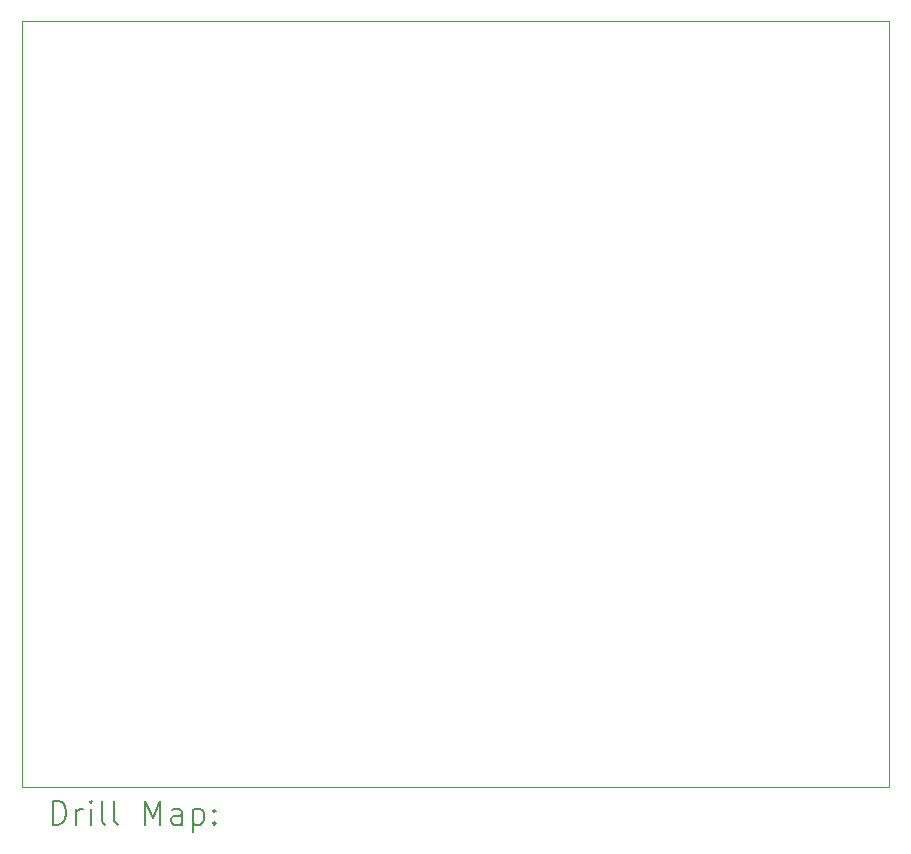
<source format=gbr>
%TF.GenerationSoftware,KiCad,Pcbnew,8.0.0*%
%TF.CreationDate,2024-04-17T16:32:02+02:00*%
%TF.ProjectId,BSPD,42535044-2e6b-4696-9361-645f70636258,rev?*%
%TF.SameCoordinates,Original*%
%TF.FileFunction,Drillmap*%
%TF.FilePolarity,Positive*%
%FSLAX45Y45*%
G04 Gerber Fmt 4.5, Leading zero omitted, Abs format (unit mm)*
G04 Created by KiCad (PCBNEW 8.0.0) date 2024-04-17 16:32:02*
%MOMM*%
%LPD*%
G01*
G04 APERTURE LIST*
%ADD10C,0.100000*%
%ADD11C,0.200000*%
G04 APERTURE END LIST*
D10*
X9677400Y-5168900D02*
X17018000Y-5168900D01*
X17018000Y-11658600D01*
X9677400Y-11658600D01*
X9677400Y-5168900D01*
D11*
X9933177Y-11975084D02*
X9933177Y-11775084D01*
X9933177Y-11775084D02*
X9980796Y-11775084D01*
X9980796Y-11775084D02*
X10009367Y-11784608D01*
X10009367Y-11784608D02*
X10028415Y-11803655D01*
X10028415Y-11803655D02*
X10037939Y-11822703D01*
X10037939Y-11822703D02*
X10047463Y-11860798D01*
X10047463Y-11860798D02*
X10047463Y-11889369D01*
X10047463Y-11889369D02*
X10037939Y-11927465D01*
X10037939Y-11927465D02*
X10028415Y-11946512D01*
X10028415Y-11946512D02*
X10009367Y-11965560D01*
X10009367Y-11965560D02*
X9980796Y-11975084D01*
X9980796Y-11975084D02*
X9933177Y-11975084D01*
X10133177Y-11975084D02*
X10133177Y-11841750D01*
X10133177Y-11879846D02*
X10142701Y-11860798D01*
X10142701Y-11860798D02*
X10152224Y-11851274D01*
X10152224Y-11851274D02*
X10171272Y-11841750D01*
X10171272Y-11841750D02*
X10190320Y-11841750D01*
X10256986Y-11975084D02*
X10256986Y-11841750D01*
X10256986Y-11775084D02*
X10247463Y-11784608D01*
X10247463Y-11784608D02*
X10256986Y-11794131D01*
X10256986Y-11794131D02*
X10266510Y-11784608D01*
X10266510Y-11784608D02*
X10256986Y-11775084D01*
X10256986Y-11775084D02*
X10256986Y-11794131D01*
X10380796Y-11975084D02*
X10361748Y-11965560D01*
X10361748Y-11965560D02*
X10352224Y-11946512D01*
X10352224Y-11946512D02*
X10352224Y-11775084D01*
X10485558Y-11975084D02*
X10466510Y-11965560D01*
X10466510Y-11965560D02*
X10456986Y-11946512D01*
X10456986Y-11946512D02*
X10456986Y-11775084D01*
X10714129Y-11975084D02*
X10714129Y-11775084D01*
X10714129Y-11775084D02*
X10780796Y-11917941D01*
X10780796Y-11917941D02*
X10847463Y-11775084D01*
X10847463Y-11775084D02*
X10847463Y-11975084D01*
X11028415Y-11975084D02*
X11028415Y-11870322D01*
X11028415Y-11870322D02*
X11018891Y-11851274D01*
X11018891Y-11851274D02*
X10999844Y-11841750D01*
X10999844Y-11841750D02*
X10961748Y-11841750D01*
X10961748Y-11841750D02*
X10942701Y-11851274D01*
X11028415Y-11965560D02*
X11009367Y-11975084D01*
X11009367Y-11975084D02*
X10961748Y-11975084D01*
X10961748Y-11975084D02*
X10942701Y-11965560D01*
X10942701Y-11965560D02*
X10933177Y-11946512D01*
X10933177Y-11946512D02*
X10933177Y-11927465D01*
X10933177Y-11927465D02*
X10942701Y-11908417D01*
X10942701Y-11908417D02*
X10961748Y-11898893D01*
X10961748Y-11898893D02*
X11009367Y-11898893D01*
X11009367Y-11898893D02*
X11028415Y-11889369D01*
X11123653Y-11841750D02*
X11123653Y-12041750D01*
X11123653Y-11851274D02*
X11142701Y-11841750D01*
X11142701Y-11841750D02*
X11180796Y-11841750D01*
X11180796Y-11841750D02*
X11199843Y-11851274D01*
X11199843Y-11851274D02*
X11209367Y-11860798D01*
X11209367Y-11860798D02*
X11218891Y-11879846D01*
X11218891Y-11879846D02*
X11218891Y-11936988D01*
X11218891Y-11936988D02*
X11209367Y-11956036D01*
X11209367Y-11956036D02*
X11199843Y-11965560D01*
X11199843Y-11965560D02*
X11180796Y-11975084D01*
X11180796Y-11975084D02*
X11142701Y-11975084D01*
X11142701Y-11975084D02*
X11123653Y-11965560D01*
X11304605Y-11956036D02*
X11314129Y-11965560D01*
X11314129Y-11965560D02*
X11304605Y-11975084D01*
X11304605Y-11975084D02*
X11295082Y-11965560D01*
X11295082Y-11965560D02*
X11304605Y-11956036D01*
X11304605Y-11956036D02*
X11304605Y-11975084D01*
X11304605Y-11851274D02*
X11314129Y-11860798D01*
X11314129Y-11860798D02*
X11304605Y-11870322D01*
X11304605Y-11870322D02*
X11295082Y-11860798D01*
X11295082Y-11860798D02*
X11304605Y-11851274D01*
X11304605Y-11851274D02*
X11304605Y-11870322D01*
M02*

</source>
